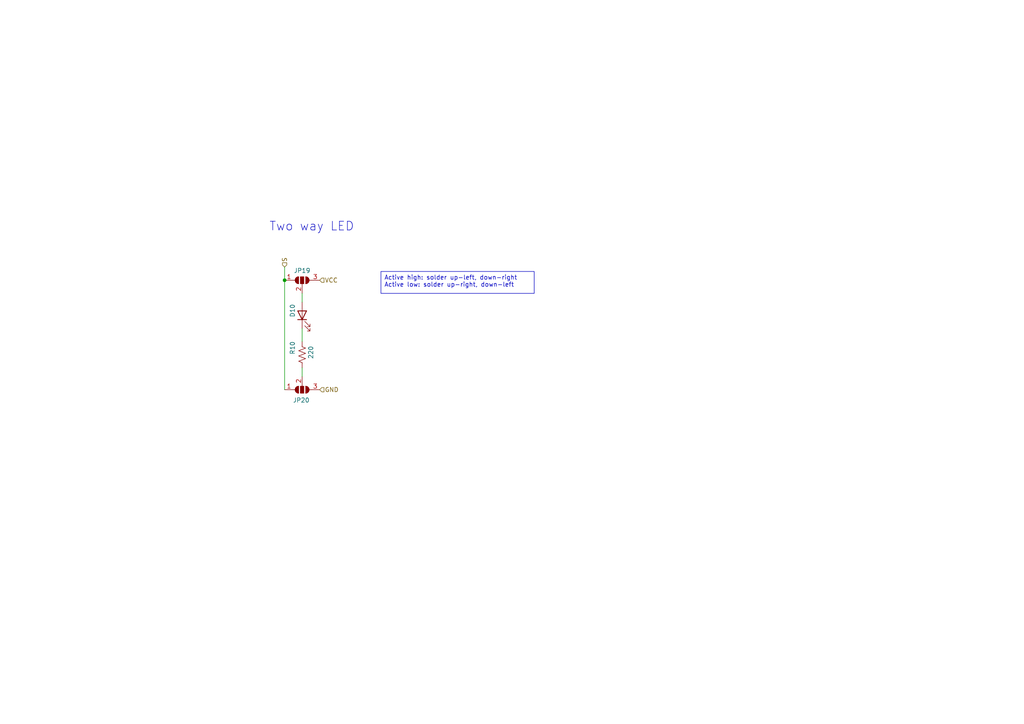
<source format=kicad_sch>
(kicad_sch (version 20250114) (generator "eeschema") (generator_version "9.0")
  (paper "A4")
  (title_block (title "2-way LED") (date "2025-11-15") (rev "1.0") (company "Marco Vettigli"))
  (lib_symbols
    (symbol "Device:LED" (pin_numbers (hide yes)) (pin_names (offset 1.016) (hide yes))
      (property "Reference" "D" (at 0 2.54 0))
      (property "Value" "LED" (at 0 -2.54 0))
      (symbol "LED_0_1"
        (polyline (pts (xy -3.048 -0.762) (xy -4.572 -2.286) (xy -3.81 -2.286) (xy -4.572 -2.286) (xy -4.572 -1.524)))
        (polyline (pts (xy -1.778 -0.762) (xy -3.302 -2.286) (xy -2.54 -2.286) (xy -3.302 -2.286) (xy -3.302 -1.524)))
        (polyline (pts (xy -1.27 0) (xy 1.27 0)))
        (polyline (pts (xy -1.27 -1.27) (xy -1.27 1.27)) (stroke (width 0.254)))
        (polyline (pts (xy 1.27 -1.27) (xy 1.27 1.27) (xy -1.27 0) (xy 1.27 -1.27)) (stroke (width 0.254)))
      )
      (symbol "LED_1_1"
        (pin passive line (at -3.81 0 0) (length 2.54) (name "K") (number "1"))
        (pin passive line (at 3.81 0 180) (length 2.54) (name "A") (number "2"))
      )
    )
    (symbol "Device:R_US" (pin_numbers (hide yes)) (pin_names (offset 0))
      (property "Reference" "R" (at 2.54 0 90))
      (property "Value" "R_US" (at -2.54 0 90))
      (symbol "R_US_0_1"
        (polyline (pts (xy 0 2.286) (xy 0 2.54)))
        (polyline (pts (xy 0 2.286) (xy 1.016 1.905) (xy 0 1.524) (xy -1.016 1.143) (xy 0 0.762)))
        (polyline (pts (xy 0 0.762) (xy 1.016 0.381) (xy 0 0) (xy -1.016 -0.381) (xy 0 -0.762)))
        (polyline (pts (xy 0 -0.762) (xy 1.016 -1.143) (xy 0 -1.524) (xy -1.016 -1.905) (xy 0 -2.286)))
        (polyline (pts (xy 0 -2.286) (xy 0 -2.54)))
      )
      (symbol "R_US_1_1"
        (pin passive line (at 0 3.81 270) (length 1.27) (name "~") (number "1"))
        (pin passive line (at 0 -3.81 90) (length 1.27) (name "~") (number "2"))
      )
    )
    (symbol "Jumper:SolderJumper_3_Open" (pin_names (offset 0) (hide yes)) (in_bom no)
      (property "Reference" "JP" (at -2.54 -2.54 0))
      (property "Value" "SolderJumper_3_Open" (at 0 2.794 0))
      (symbol "SolderJumper_3_Open_0_1"
        (polyline (pts (xy -2.54 0) (xy -2.032 0)))
        (polyline (pts (xy -1.016 1.016) (xy -1.016 -1.016)))
        (arc (start -1.016 -1.016) (mid -2.0276 0) (end -1.016 1.016))
        (arc (start -1.016 -1.016) (mid -2.0276 0) (end -1.016 1.016) (fill (type outline)))
        (rectangle (start -0.508 1.016) (end 0.508 -1.016) (fill (type outline)))
        (polyline (pts (xy 0 -1.27) (xy 0 -1.016)))
        (arc (start 1.016 1.016) (mid 2.0276 0) (end 1.016 -1.016))
        (arc (start 1.016 1.016) (mid 2.0276 0) (end 1.016 -1.016) (fill (type outline)))
        (polyline (pts (xy 1.016 1.016) (xy 1.016 -1.016)))
        (polyline (pts (xy 2.54 0) (xy 2.032 0)))
      )
      (symbol "SolderJumper_3_Open_1_1"
        (pin passive line (at -5.08 0 0) (length 2.54) (name "A") (number "1"))
        (pin passive line (at 0 -3.81 90) (length 2.54) (name "C") (number "2"))
        (pin passive line (at 5.08 0 180) (length 2.54) (name "B") (number "3"))
      )
    )
  )
  (text "Two way LED" (at 90.424 65.786 0) (effects (font (size 2.54 2.54))))
  (text_box "Active high: solder up-left, down-right\nActive low: solder up-right, down-left" (at 110.49 78.74 0) (size 44.45 6.35) (margins 0.9525 0.9525 0.9525 0.9525) (effects (font (size 1.27 1.27)) (justify left top)))
  (junction (at 82.55 81.28))
  (wire (pts (xy 82.55 81.28) (xy 82.55 113.03)))
  (wire (pts (xy 87.63 99.06) (xy 87.63 95.25)))
  (wire (pts (xy 87.63 109.22) (xy 87.63 106.68)))
  (wire (pts (xy 82.55 77.47) (xy 82.55 81.28)))
  (wire (pts (xy 87.63 85.09) (xy 87.63 87.63)))
  (hierarchical_label "VCC" (shape input) (at 92.71 81.28 0))
  (hierarchical_label "S" (shape input) (at 82.55 77.47 90))
  (hierarchical_label "GND" (shape input) (at 92.71 113.03 0))
  (symbol (lib_id "Jumper:SolderJumper_3_Open") (at 87.63 81.28 0) (unit 1) (in_bom no)
    (property "Reference" "JP3" (at 87.63 78.486 0))
    (property "Footprint" "Jumper:SolderJumper-3_P1.3mm_Open_Pad1.0x1.5mm" (effects (hide yes)))
    (property "Description" "Solder Jumper, 3-pole, open" (effects (hide yes)))
    (instances (project "Control Unit" (path "" (reference "JP19") (unit 1)) (path "" (reference "JP27") (unit 1)) (path "" (reference "JP15") (unit 1)) (path "" (reference "JP9") (unit 1)) (path "" (reference "JP21") (unit 1)) (path "" (reference "JP23") (unit 1)) (path "" (reference "JP13") (unit 1)) (path "" (reference "JP29") (unit 1)) (path "" (reference "JP17") (unit 1)) (path "" (reference "JP3") (unit 1)) (path "" (reference "JP7") (unit 1)) (path "" (reference "JP11") (unit 1)) (path "" (reference "JP31") (unit 1)) (path "" (reference "JP5") (unit 1)) (path "" (reference "JP25") (unit 1)) (path "" (reference "JP1") (unit 1))))
  )
  (symbol (lib_id "Device:LED") (at 87.63 91.44 90) (unit 1)
    (property "Reference" "D2" (at 84.836 88.138 0) (effects (justify right)))
    (property "Value" "LED" (effects (hide yes)))
    (property "Footprint" "LED_THT:LED_D3.0mm" (effects (hide yes)))
    (property "Description" "Light emitting diode" (effects (hide yes)))
    (property "Sim.Pins" "1=K 2=A" (effects (hide yes)))
    (instances (project "Control Unit" (path "" (reference "D10") (unit 1)) (path "" (reference "D14") (unit 1)) (path "" (reference "D8") (unit 1)) (path "" (reference "D5") (unit 1)) (path "" (reference "D11") (unit 1)) (path "" (reference "D12") (unit 1)) (path "" (reference "D7") (unit 1)) (path "" (reference "D15") (unit 1)) (path "" (reference "D9") (unit 1)) (path "" (reference "D2") (unit 1)) (path "" (reference "D4") (unit 1)) (path "" (reference "D6") (unit 1)) (path "" (reference "D16") (unit 1)) (path "" (reference "D3") (unit 1)) (path "" (reference "D13") (unit 1)) (path "" (reference "D1") (unit 1))))
  )
  (symbol (lib_id "Device:R_US") (at 87.63 102.87 0) (unit 1)
    (property "Reference" "R2" (at 84.836 102.87 90) (effects (justify left)))
    (property "Value" "220" (at 90.17 104.1399 90) (effects (justify left)))
    (property "Footprint" "Resistor_THT:R_Axial_DIN0207_L6.3mm_D2.5mm_P10.16mm_Horizontal" (effects (hide yes)))
    (property "Description" "Resistor, US symbol" (effects (hide yes)))
    (instances (project "Control Unit" (path "" (reference "R10") (unit 1)) (path "" (reference "R14") (unit 1)) (path "" (reference "R8") (unit 1)) (path "" (reference "R5") (unit 1)) (path "" (reference "R11") (unit 1)) (path "" (reference "R12") (unit 1)) (path "" (reference "R7") (unit 1)) (path "" (reference "R15") (unit 1)) (path "" (reference "R9") (unit 1)) (path "" (reference "R2") (unit 1)) (path "" (reference "R4") (unit 1)) (path "" (reference "R6") (unit 1)) (path "" (reference "R16") (unit 1)) (path "" (reference "R3") (unit 1)) (path "" (reference "R13") (unit 1)) (path "" (reference "R1") (unit 1))))
  )
  (symbol (lib_id "Jumper:SolderJumper_3_Open") (at 87.63 113.03 0) (mirror x) (unit 1) (in_bom no)
    (property "Reference" "JP4" (at 87.376 116.078 0))
    (property "Footprint" "Jumper:SolderJumper-3_P1.3mm_Open_Pad1.0x1.5mm" (effects (hide yes)))
    (property "Description" "Solder Jumper, 3-pole, open" (effects (hide yes)))
    (instances (project "Control Unit" (path "" (reference "JP20") (unit 1)) (path "" (reference "JP28") (unit 1)) (path "" (reference "JP16") (unit 1)) (path "" (reference "JP10") (unit 1)) (path "" (reference "JP22") (unit 1)) (path "" (reference "JP24") (unit 1)) (path "" (reference "JP14") (unit 1)) (path "" (reference "JP30") (unit 1)) (path "" (reference "JP18") (unit 1)) (path "" (reference "JP4") (unit 1)) (path "" (reference "JP8") (unit 1)) (path "" (reference "JP12") (unit 1)) (path "" (reference "JP32") (unit 1)) (path "" (reference "JP6") (unit 1)) (path "" (reference "JP26") (unit 1)) (path "" (reference "JP2") (unit 1))))
  )
)
</source>
